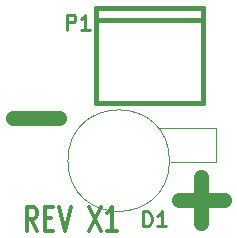
<source format=gbr>
G04 #@! TF.FileFunction,Legend,Top*
%FSLAX46Y46*%
G04 Gerber Fmt 4.6, Leading zero omitted, Abs format (unit mm)*
G04 Created by KiCad (PCBNEW 4.0.5) date 03/12/17 11:55:43*
%MOMM*%
%LPD*%
G01*
G04 APERTURE LIST*
%ADD10C,0.150000*%
%ADD11C,1.270000*%
%ADD12C,0.304800*%
%ADD13C,0.381000*%
%ADD14C,0.120000*%
%ADD15C,0.254000*%
G04 APERTURE END LIST*
D10*
D11*
X170064762Y-96362857D02*
X173935238Y-96362857D01*
X172000000Y-98298095D02*
X172000000Y-94427619D01*
X156064762Y-89362857D02*
X159935238Y-89362857D01*
D12*
X158097142Y-98919238D02*
X157589142Y-97951619D01*
X157226285Y-98919238D02*
X157226285Y-96887238D01*
X157806857Y-96887238D01*
X157951999Y-96984000D01*
X158024571Y-97080762D01*
X158097142Y-97274286D01*
X158097142Y-97564571D01*
X158024571Y-97758095D01*
X157951999Y-97854857D01*
X157806857Y-97951619D01*
X157226285Y-97951619D01*
X158750285Y-97854857D02*
X159258285Y-97854857D01*
X159475999Y-98919238D02*
X158750285Y-98919238D01*
X158750285Y-96887238D01*
X159475999Y-96887238D01*
X159911428Y-96887238D02*
X160419428Y-98919238D01*
X160927428Y-96887238D01*
X162451428Y-96887238D02*
X163467428Y-98919238D01*
X163467428Y-96887238D02*
X162451428Y-98919238D01*
X164846286Y-98919238D02*
X163975429Y-98919238D01*
X164410857Y-98919238D02*
X164410857Y-96887238D01*
X164265714Y-97177524D01*
X164120572Y-97371048D01*
X163975429Y-97467810D01*
D13*
X163100000Y-80082000D02*
X163100000Y-88082000D01*
X172100000Y-80082000D02*
X172100000Y-88082000D01*
X163100000Y-88082000D02*
X172100000Y-88082000D01*
X163100000Y-81082000D02*
X172100000Y-81082000D01*
X163100000Y-80082000D02*
X172100000Y-80082000D01*
D14*
X173255000Y-90206000D02*
X168429000Y-90206000D01*
X173255000Y-93127000D02*
X173255000Y-90206000D01*
X169445000Y-93127000D02*
X173255000Y-93127000D01*
X169300000Y-93000000D02*
G75*
G03X169300000Y-93000000I-4300000J0D01*
G01*
D15*
X160603119Y-81908024D02*
X160603119Y-80638024D01*
X161086928Y-80638024D01*
X161207881Y-80698500D01*
X161268357Y-80758976D01*
X161328833Y-80879929D01*
X161328833Y-81061357D01*
X161268357Y-81182310D01*
X161207881Y-81242786D01*
X161086928Y-81303262D01*
X160603119Y-81303262D01*
X162538357Y-81908024D02*
X161812643Y-81908024D01*
X162175500Y-81908024D02*
X162175500Y-80638024D01*
X162054548Y-80819452D01*
X161933595Y-80940405D01*
X161812643Y-81000881D01*
X167062619Y-98574524D02*
X167062619Y-97304524D01*
X167365000Y-97304524D01*
X167546428Y-97365000D01*
X167667381Y-97485952D01*
X167727857Y-97606905D01*
X167788333Y-97848810D01*
X167788333Y-98030238D01*
X167727857Y-98272143D01*
X167667381Y-98393095D01*
X167546428Y-98514048D01*
X167365000Y-98574524D01*
X167062619Y-98574524D01*
X168997857Y-98574524D02*
X168272143Y-98574524D01*
X168635000Y-98574524D02*
X168635000Y-97304524D01*
X168514048Y-97485952D01*
X168393095Y-97606905D01*
X168272143Y-97667381D01*
M02*

</source>
